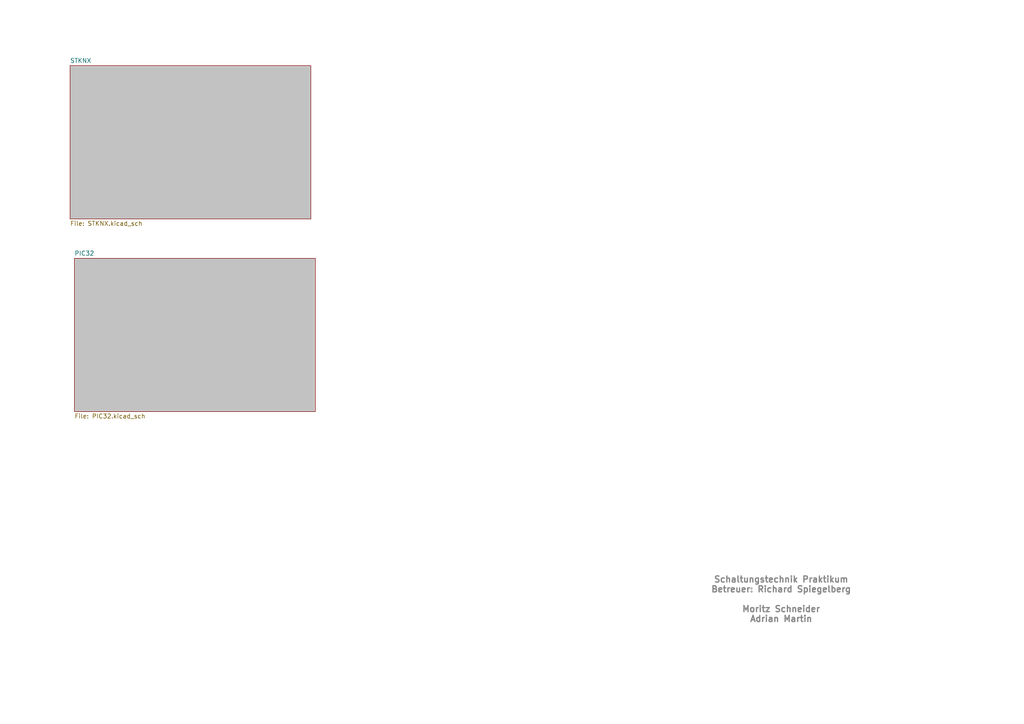
<source format=kicad_sch>
(kicad_sch
	(version 20231120)
	(generator "eeschema")
	(generator_version "8.0")
	(uuid "58fa4baf-198f-4497-85e2-76fdef312f16")
	(paper "A4")
	(lib_symbols)
	(text "Schaltungstechnik Praktikum\nBetreuer: Richard Spiegelberg\n\nMoritz Schneider\nAdrian Martin"
		(exclude_from_sim no)
		(at 226.568 173.99 0)
		(effects
			(font
				(size 1.778 1.778)
				(thickness 0.3556)
				(bold yes)
				(color 132 132 132 1)
			)
		)
		(uuid "5ce68a0c-3977-4ade-b394-fbed34ced0ca")
	)
	(sheet
		(at 21.59 74.93)
		(size 69.85 44.45)
		(fields_autoplaced yes)
		(stroke
			(width 0.1524)
			(type solid)
		)
		(fill
			(color 194 194 194 1.0000)
		)
		(uuid "531ad409-6317-4444-90b8-196907f608b9")
		(property "Sheetname" "PIC32"
			(at 21.59 74.2184 0)
			(effects
				(font
					(size 1.27 1.27)
				)
				(justify left bottom)
			)
		)
		(property "Sheetfile" "PIC32.kicad_sch"
			(at 21.59 119.9646 0)
			(effects
				(font
					(size 1.27 1.27)
				)
				(justify left top)
			)
		)
		(instances
			(project "WaterlevelSensoring"
				(path "/58fa4baf-198f-4497-85e2-76fdef312f16"
					(page "3")
				)
			)
		)
	)
	(sheet
		(at 20.32 19.05)
		(size 69.85 44.45)
		(fields_autoplaced yes)
		(stroke
			(width 0.1524)
			(type solid)
		)
		(fill
			(color 194 194 194 1.0000)
		)
		(uuid "d943c0be-4ed5-428f-9632-9d4ba5e4cf22")
		(property "Sheetname" "STKNX"
			(at 20.32 18.3384 0)
			(effects
				(font
					(size 1.27 1.27)
				)
				(justify left bottom)
			)
		)
		(property "Sheetfile" "STKNX.kicad_sch"
			(at 20.32 64.0846 0)
			(effects
				(font
					(size 1.27 1.27)
				)
				(justify left top)
			)
		)
		(instances
			(project "WaterlevelSensoring"
				(path "/58fa4baf-198f-4497-85e2-76fdef312f16"
					(page "2")
				)
			)
		)
	)
	(sheet_instances
		(path "/"
			(page "1")
		)
	)
)
</source>
